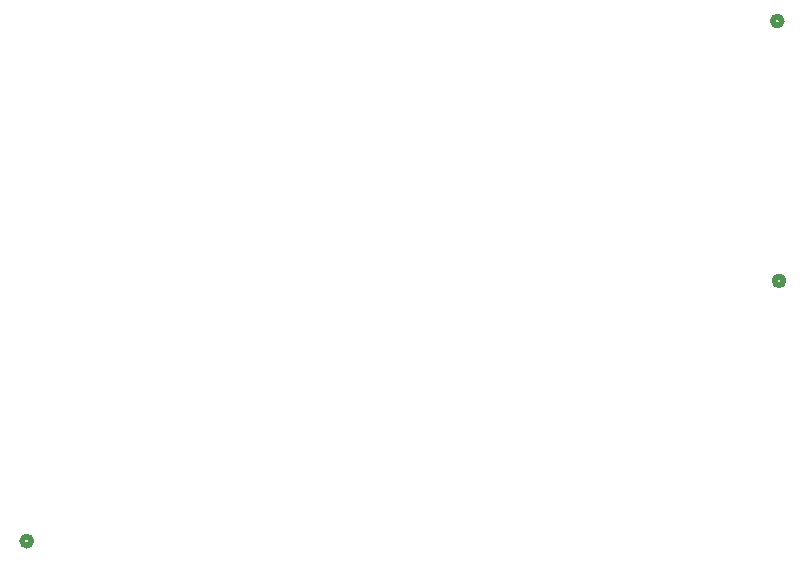
<source format=gbr>
%TF.GenerationSoftware,KiCad,Pcbnew,7.0.10*%
%TF.CreationDate,2024-11-01T12:43:38-06:00*%
%TF.ProjectId,RevA_Mecanismos,52657641-5f4d-4656-9361-6e69736d6f73,rev?*%
%TF.SameCoordinates,Original*%
%TF.FileFunction,Legend,Bot*%
%TF.FilePolarity,Positive*%
%FSLAX46Y46*%
G04 Gerber Fmt 4.6, Leading zero omitted, Abs format (unit mm)*
G04 Created by KiCad (PCBNEW 7.0.10) date 2024-11-01 12:43:38*
%MOMM*%
%LPD*%
G01*
G04 APERTURE LIST*
%ADD10C,0.508000*%
G04 APERTURE END LIST*
D10*
%TO.C,J20*%
X111432900Y-117339900D02*
G75*
G03*
X110670900Y-117339900I-381000J0D01*
G01*
X110670900Y-117339900D02*
G75*
G03*
X111432900Y-117339900I381000J0D01*
G01*
%TO.C,J9*%
X175128800Y-95302200D02*
G75*
G03*
X174366800Y-95302200I-381000J0D01*
G01*
X174366800Y-95302200D02*
G75*
G03*
X175128800Y-95302200I381000J0D01*
G01*
%TO.C,J8*%
X174976400Y-73305800D02*
G75*
G03*
X174214400Y-73305800I-381000J0D01*
G01*
X174214400Y-73305800D02*
G75*
G03*
X174976400Y-73305800I381000J0D01*
G01*
%TD*%
M02*

</source>
